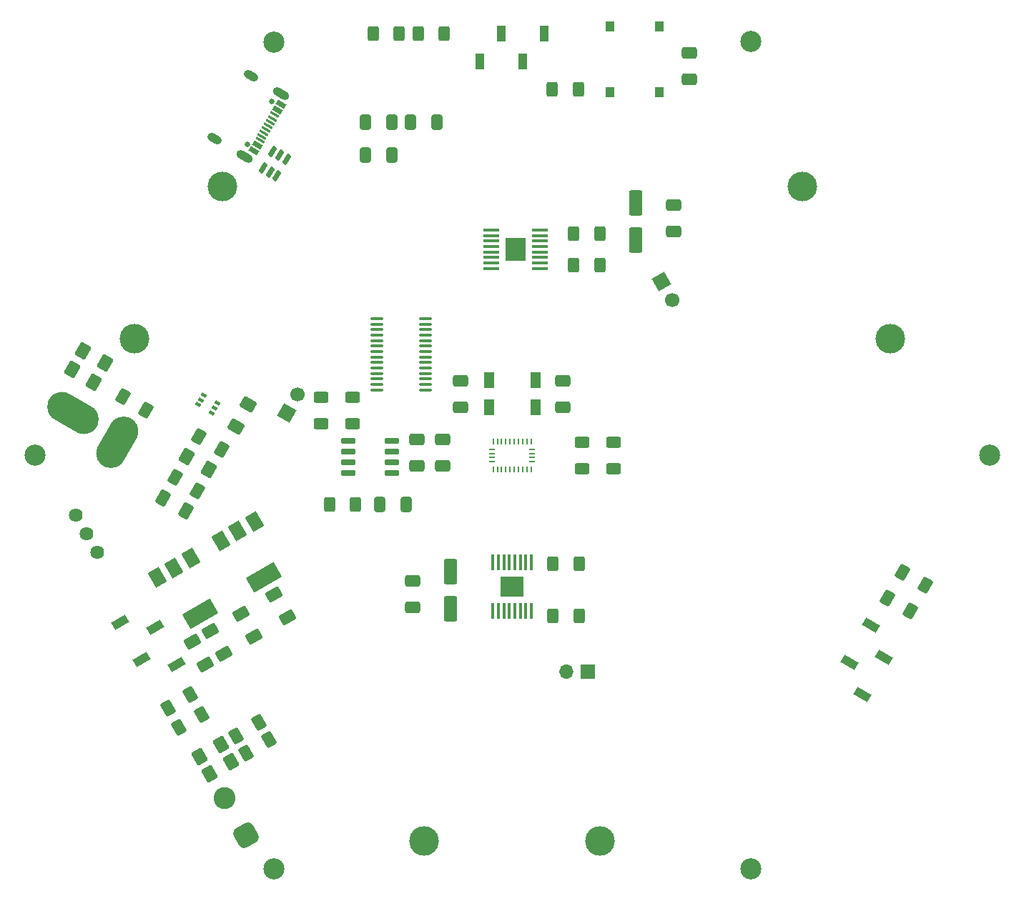
<source format=gbr>
%TF.GenerationSoftware,KiCad,Pcbnew,7.0.6*%
%TF.CreationDate,2024-05-15T12:06:43-04:00*%
%TF.ProjectId,remote_omnidirection_droid_v0.1,72656d6f-7465-45f6-9f6d-6e6964697265,rev?*%
%TF.SameCoordinates,Original*%
%TF.FileFunction,Soldermask,Top*%
%TF.FilePolarity,Negative*%
%FSLAX46Y46*%
G04 Gerber Fmt 4.6, Leading zero omitted, Abs format (unit mm)*
G04 Created by KiCad (PCBNEW 7.0.6) date 2024-05-15 12:06:43*
%MOMM*%
%LPD*%
G01*
G04 APERTURE LIST*
G04 Aperture macros list*
%AMRoundRect*
0 Rectangle with rounded corners*
0 $1 Rounding radius*
0 $2 $3 $4 $5 $6 $7 $8 $9 X,Y pos of 4 corners*
0 Add a 4 corners polygon primitive as box body*
4,1,4,$2,$3,$4,$5,$6,$7,$8,$9,$2,$3,0*
0 Add four circle primitives for the rounded corners*
1,1,$1+$1,$2,$3*
1,1,$1+$1,$4,$5*
1,1,$1+$1,$6,$7*
1,1,$1+$1,$8,$9*
0 Add four rect primitives between the rounded corners*
20,1,$1+$1,$2,$3,$4,$5,0*
20,1,$1+$1,$4,$5,$6,$7,0*
20,1,$1+$1,$6,$7,$8,$9,0*
20,1,$1+$1,$8,$9,$2,$3,0*%
%AMHorizOval*
0 Thick line with rounded ends*
0 $1 width*
0 $2 $3 position (X,Y) of the first rounded end (center of the circle)*
0 $4 $5 position (X,Y) of the second rounded end (center of the circle)*
0 Add line between two ends*
20,1,$1,$2,$3,$4,$5,0*
0 Add two circle primitives to create the rounded ends*
1,1,$1,$2,$3*
1,1,$1,$4,$5*%
%AMRotRect*
0 Rectangle, with rotation*
0 The origin of the aperture is its center*
0 $1 length*
0 $2 width*
0 $3 Rotation angle, in degrees counterclockwise*
0 Add horizontal line*
21,1,$1,$2,0,0,$3*%
G04 Aperture macros list end*
%ADD10RoundRect,0.100000X0.637500X0.100000X-0.637500X0.100000X-0.637500X-0.100000X0.637500X-0.100000X0*%
%ADD11RoundRect,0.250000X0.625000X-0.400000X0.625000X0.400000X-0.625000X0.400000X-0.625000X-0.400000X0*%
%ADD12R,1.300000X1.900000*%
%ADD13RoundRect,0.250000X-0.550000X1.250000X-0.550000X-1.250000X0.550000X-1.250000X0.550000X1.250000X0*%
%ADD14RoundRect,0.250000X0.650000X-0.412500X0.650000X0.412500X-0.650000X0.412500X-0.650000X-0.412500X0*%
%ADD15C,2.500000*%
%ADD16RoundRect,0.250000X0.658910X0.341266X-0.033910X0.741266X-0.658910X-0.341266X0.033910X-0.741266X0*%
%ADD17R,1.000000X1.900000*%
%ADD18RoundRect,0.250000X0.033910X0.741266X-0.658910X0.341266X-0.033910X-0.741266X0.658910X-0.341266X0*%
%ADD19RoundRect,0.250001X-0.713035X-0.310016X0.088036X-0.772515X0.713035X0.310016X-0.088036X0.772515X0*%
%ADD20RoundRect,0.250000X-0.658910X-0.341266X0.033910X-0.741266X0.658910X0.341266X-0.033910X0.741266X0*%
%ADD21RotRect,0.650000X0.400000X150.000000*%
%ADD22RoundRect,0.250000X-0.769167X0.032235X-0.356667X-0.682235X0.769167X-0.032235X0.356667X0.682235X0*%
%ADD23RoundRect,0.250000X-0.412500X-0.650000X0.412500X-0.650000X0.412500X0.650000X-0.412500X0.650000X0*%
%ADD24RotRect,1.900000X1.000000X30.000000*%
%ADD25RoundRect,0.250000X0.682235X0.356667X-0.032235X0.769167X-0.682235X-0.356667X0.032235X-0.769167X0*%
%ADD26R,1.000000X1.250000*%
%ADD27RoundRect,0.250000X-0.400000X-0.625000X0.400000X-0.625000X0.400000X0.625000X-0.400000X0.625000X0*%
%ADD28RoundRect,0.150000X-0.725000X-0.150000X0.725000X-0.150000X0.725000X0.150000X-0.725000X0.150000X0*%
%ADD29R,0.420766X1.955432*%
%ADD30R,2.770000X2.460000*%
%ADD31RotRect,1.900000X1.000000X150.000000*%
%ADD32R,1.955432X0.420766*%
%ADD33R,2.460000X2.770000*%
%ADD34RoundRect,0.250000X-0.033910X-0.741266X0.658910X-0.341266X0.033910X0.741266X-0.658910X0.341266X0*%
%ADD35RoundRect,0.250001X0.310016X-0.713035X0.772515X0.088036X-0.310016X0.713035X-0.772515X-0.088036X0*%
%ADD36RoundRect,0.250000X0.412500X0.650000X-0.412500X0.650000X-0.412500X-0.650000X0.412500X-0.650000X0*%
%ADD37RoundRect,0.250000X0.400000X0.625000X-0.400000X0.625000X-0.400000X-0.625000X0.400000X-0.625000X0*%
%ADD38RoundRect,0.250000X0.550000X-1.250000X0.550000X1.250000X-0.550000X1.250000X-0.550000X-1.250000X0*%
%ADD39C,0.650000*%
%ADD40RotRect,0.600000X1.150000X240.000000*%
%ADD41RotRect,0.300000X1.150000X240.000000*%
%ADD42HorizOval,1.000000X-0.476314X0.275000X0.476314X-0.275000X0*%
%ADD43HorizOval,1.000000X-0.346410X0.200000X0.346410X-0.200000X0*%
%ADD44RoundRect,0.150000X0.126346X0.518838X-0.386154X-0.368838X-0.126346X-0.518838X0.386154X0.368838X0*%
%ADD45RoundRect,0.650000X0.887917X-0.237917X0.237917X0.887917X-0.887917X0.237917X-0.237917X-0.887917X0*%
%ADD46C,2.600000*%
%ADD47C,1.625600*%
%ADD48R,0.254000X0.675000*%
%ADD49R,0.675000X0.254000*%
%ADD50RotRect,2.000000X1.500000X300.000000*%
%ADD51RotRect,2.000000X3.800000X300.000000*%
%ADD52RoundRect,0.250001X-0.088036X-0.772515X0.713035X-0.310016X0.088036X0.772515X-0.713035X0.310016X0*%
%ADD53C,3.500000*%
%ADD54R,1.700000X1.700000*%
%ADD55O,1.700000X1.700000*%
%ADD56RotRect,1.700000X1.700000X30.000000*%
%ADD57HorizOval,1.700000X0.000000X0.000000X0.000000X0.000000X0*%
%ADD58HorizOval,3.500000X-0.750000X-1.299038X0.750000X1.299038X0*%
%ADD59HorizOval,3.500000X1.299038X-0.750000X-1.299038X0.750000X0*%
%ADD60RotRect,1.700000X1.700000X150.000000*%
%ADD61HorizOval,1.700000X0.000000X0.000000X0.000000X0.000000X0*%
G04 APERTURE END LIST*
D10*
%TO.C,U5*%
X91006407Y-101677677D03*
X91006407Y-101027677D03*
X91006407Y-100377677D03*
X91006407Y-99727677D03*
X91006407Y-99077677D03*
X91006407Y-98427677D03*
X91006407Y-97777677D03*
X91006407Y-97127677D03*
X91006407Y-96477677D03*
X91006407Y-95827677D03*
X91006407Y-95177677D03*
X91006407Y-94527677D03*
X91006407Y-93877677D03*
X91006407Y-93227677D03*
X85281407Y-93227677D03*
X85281407Y-93877677D03*
X85281407Y-94527677D03*
X85281407Y-95177677D03*
X85281407Y-95827677D03*
X85281407Y-96477677D03*
X85281407Y-97127677D03*
X85281407Y-97777677D03*
X85281407Y-98427677D03*
X85281407Y-99077677D03*
X85281407Y-99727677D03*
X85281407Y-100377677D03*
X85281407Y-101027677D03*
X85281407Y-101677677D03*
%TD*%
D11*
%TO.C,R21*%
X109598389Y-110990569D03*
X109598389Y-107890569D03*
%TD*%
D12*
%TO.C,Y1*%
X98538387Y-103740569D03*
X104038387Y-103740569D03*
X104038387Y-100540569D03*
X98538387Y-100540569D03*
%TD*%
D13*
%TO.C,C11*%
X93998390Y-123192679D03*
X93998390Y-127592679D03*
%TD*%
D14*
%TO.C,C14*%
X107298389Y-103740572D03*
X107298389Y-100615572D03*
%TD*%
D15*
%TO.C,H1*%
X44788379Y-109415140D03*
%TD*%
D16*
%TO.C,R3*%
X64047595Y-113610619D03*
X61362917Y-112060619D03*
%TD*%
D17*
%TO.C,J4*%
X105098388Y-59480676D03*
X102558388Y-62780676D03*
X100018388Y-59480676D03*
X97478388Y-62780676D03*
%TD*%
D18*
%TO.C,R4*%
X72462485Y-143142310D03*
X69777807Y-144692310D03*
%TD*%
D19*
%TO.C,D6*%
X50492945Y-97012967D03*
X53069371Y-98500467D03*
%TD*%
D20*
%TO.C,R12*%
X147483777Y-123260869D03*
X150168455Y-124810869D03*
%TD*%
D21*
%TO.C,Q1*%
X65742955Y-104374188D03*
X66067955Y-103811271D03*
X66392955Y-103248354D03*
X64747507Y-102298354D03*
X64422507Y-102861271D03*
X64097507Y-103424188D03*
%TD*%
D22*
%TO.C,C2*%
X63414084Y-131499913D03*
X64976584Y-134206243D03*
%TD*%
D18*
%TO.C,R5*%
X71300472Y-141099643D03*
X68615794Y-142649643D03*
%TD*%
D14*
%TO.C,C10*%
X89498388Y-127403071D03*
X89498388Y-124278071D03*
%TD*%
D16*
%TO.C,R13*%
X148394839Y-127882862D03*
X145710161Y-126332862D03*
%TD*%
D14*
%TO.C,C16*%
X89998390Y-110703070D03*
X89998390Y-107578070D03*
%TD*%
D11*
%TO.C,R16*%
X82398388Y-105690571D03*
X82398388Y-102590571D03*
%TD*%
D23*
%TO.C,C18*%
X85635892Y-115240573D03*
X88760892Y-115240573D03*
%TD*%
D24*
%TO.C,J2*%
X54854692Y-129248092D03*
X58982576Y-129797797D03*
X57394692Y-133647501D03*
X61522576Y-134197206D03*
%TD*%
D15*
%TO.C,H2*%
X73038388Y-60450586D03*
%TD*%
D25*
%TO.C,C5*%
X62667582Y-116050886D03*
X59961252Y-114488386D03*
%TD*%
D26*
%TO.C,SW2*%
X118750908Y-58652678D03*
X118750908Y-66402678D03*
%TD*%
D27*
%TO.C,R17*%
X108564903Y-86886673D03*
X111664903Y-86886673D03*
%TD*%
D15*
%TO.C,H3*%
X129538386Y-60412098D03*
%TD*%
D19*
%TO.C,D1*%
X62774584Y-109615545D03*
X65351010Y-111103045D03*
%TD*%
D22*
%TO.C,C6*%
X73113566Y-125899913D03*
X74676066Y-128606243D03*
%TD*%
D28*
%TO.C,U7*%
X81923391Y-107735569D03*
X81923391Y-109005569D03*
X81923391Y-110275569D03*
X81923391Y-111545569D03*
X87073391Y-111545569D03*
X87073391Y-110275569D03*
X87073391Y-109005569D03*
X87073391Y-107735569D03*
%TD*%
D29*
%TO.C,MD2*%
X99013391Y-127893062D03*
X99663389Y-127893062D03*
X100313391Y-127893062D03*
X100963389Y-127893062D03*
X101613391Y-127893062D03*
X102263389Y-127893062D03*
X102913391Y-127893062D03*
X103563389Y-127893062D03*
X103563389Y-122142294D03*
X102913391Y-122142294D03*
X102263389Y-122142294D03*
X101613391Y-122142294D03*
X100963389Y-122142294D03*
X100313391Y-122142294D03*
X99663389Y-122142294D03*
X99013391Y-122142294D03*
D30*
X101288390Y-125017678D03*
%TD*%
D31*
%TO.C,J5*%
X142781243Y-137805888D03*
X141193359Y-133956183D03*
X145321243Y-133406479D03*
X143733359Y-129556774D03*
%TD*%
D22*
%TO.C,C7*%
X65579146Y-130249915D03*
X67141646Y-132956245D03*
%TD*%
D19*
%TO.C,D4*%
X49192952Y-99264634D03*
X51769378Y-100752134D03*
%TD*%
D20*
%TO.C,R6*%
X64186257Y-107170467D03*
X66870935Y-108720467D03*
%TD*%
D32*
%TO.C,MD1*%
X98788007Y-82731684D03*
X98788007Y-83381682D03*
X98788007Y-84031684D03*
X98788007Y-84681682D03*
X98788007Y-85331684D03*
X98788007Y-85981682D03*
X98788007Y-86631684D03*
X98788007Y-87281682D03*
X104538775Y-87281682D03*
X104538775Y-86631684D03*
X104538775Y-85981682D03*
X104538775Y-85331684D03*
X104538775Y-84681682D03*
X104538775Y-84031684D03*
X104538775Y-83381682D03*
X104538775Y-82731684D03*
D33*
X101663391Y-85006683D03*
%TD*%
D34*
%TO.C,R7*%
X61836326Y-141661858D03*
X64521004Y-140111858D03*
%TD*%
D15*
%TO.C,H6*%
X73038391Y-158450576D03*
%TD*%
D35*
%TO.C,D5*%
X68557535Y-105999188D03*
X70045035Y-103422762D03*
%TD*%
D36*
%TO.C,C9*%
X87069781Y-69922497D03*
X83944781Y-69922497D03*
%TD*%
D37*
%TO.C,R10*%
X87915908Y-59479679D03*
X84815908Y-59479679D03*
%TD*%
D11*
%TO.C,R22*%
X113288389Y-110990568D03*
X113288389Y-107890568D03*
%TD*%
D38*
%TO.C,C13*%
X115956906Y-83904677D03*
X115956906Y-79504677D03*
%TD*%
D39*
%TO.C,J1*%
X72818321Y-67535249D03*
X69928321Y-72540875D03*
D40*
X73904298Y-67804281D03*
X73504298Y-68497101D03*
D41*
X72929298Y-69493030D03*
X72429298Y-70359056D03*
X72179298Y-70792068D03*
X71679298Y-71658094D03*
D40*
X71104298Y-72654023D03*
X70704298Y-73346843D03*
X70704298Y-73346843D03*
X71104298Y-72654023D03*
D41*
X71429298Y-72091106D03*
X71929298Y-71225081D03*
X72679298Y-69926043D03*
X73179298Y-69060018D03*
D40*
X73504298Y-68497101D03*
X73904298Y-67804281D03*
D42*
X73966334Y-66546832D03*
D43*
X70346348Y-64456832D03*
D42*
X69646334Y-74029292D03*
D43*
X66026348Y-71939292D03*
%TD*%
D44*
%TO.C,U3*%
X74589566Y-74357362D03*
X73766842Y-73882362D03*
X72944118Y-73407362D03*
X71806618Y-75377570D03*
X72629342Y-75852570D03*
X73452066Y-76327570D03*
%TD*%
D27*
%TO.C,R18*%
X108564909Y-83126677D03*
X111664909Y-83126677D03*
%TD*%
%TO.C,R23*%
X79668388Y-115240569D03*
X82768388Y-115240569D03*
%TD*%
D45*
%TO.C,TP1*%
X69748627Y-154466371D03*
D46*
X67208627Y-150066962D03*
%TD*%
D15*
%TO.C,H4*%
X157788387Y-109439419D03*
%TD*%
D26*
%TO.C,SW1*%
X112908908Y-58652673D03*
X112908908Y-66402673D03*
%TD*%
D34*
%TO.C,R8*%
X60508920Y-139362721D03*
X63193598Y-137812721D03*
%TD*%
D14*
%TO.C,C4*%
X122306909Y-64852177D03*
X122306909Y-61727177D03*
%TD*%
D37*
%TO.C,R11*%
X93249908Y-59479682D03*
X90149908Y-59479682D03*
%TD*%
D16*
%TO.C,R9*%
X57899071Y-104060174D03*
X55214393Y-102510174D03*
%TD*%
D27*
%TO.C,R19*%
X106125907Y-122309580D03*
X109225907Y-122309580D03*
%TD*%
D11*
%TO.C,R15*%
X78698388Y-105690571D03*
X78698388Y-102590571D03*
%TD*%
D15*
%TO.C,H5*%
X129538380Y-158450572D03*
%TD*%
D47*
%TO.C,SW3*%
X49619374Y-116557189D03*
X50889374Y-118756894D03*
X52159374Y-120956598D03*
%TD*%
D48*
%TO.C,U6*%
X99038387Y-107788065D03*
D49*
X98900887Y-108700565D03*
X98900887Y-109200565D03*
X98900887Y-109700565D03*
X98900887Y-110200565D03*
D48*
X99038387Y-111113065D03*
X99538387Y-111113065D03*
X100038387Y-111113065D03*
X100538387Y-111113065D03*
X101038387Y-111113065D03*
X101538387Y-111113065D03*
X102038387Y-111113065D03*
X102538387Y-111113065D03*
X103038387Y-111113065D03*
X103538387Y-111113065D03*
D49*
X103675887Y-110200565D03*
X103675887Y-109700565D03*
X103675887Y-109200565D03*
X103675887Y-108700565D03*
D48*
X103538387Y-107788065D03*
X103038387Y-107788065D03*
X102538387Y-107788065D03*
X102038387Y-107788065D03*
X101538387Y-107788065D03*
X101038387Y-107788065D03*
X100538387Y-107788065D03*
X100038387Y-107788065D03*
X99538387Y-107788065D03*
%TD*%
D27*
%TO.C,R20*%
X106125905Y-128475782D03*
X109225905Y-128475782D03*
%TD*%
D14*
%TO.C,C15*%
X95198392Y-103740572D03*
X95198392Y-100615572D03*
%TD*%
%TO.C,C17*%
X93098388Y-110703070D03*
X93098388Y-107578070D03*
%TD*%
D50*
%TO.C,U2*%
X63241092Y-121600287D03*
X61249234Y-122750287D03*
D51*
X64399234Y-128206247D03*
D50*
X59257376Y-123900287D03*
%TD*%
D52*
%TO.C,D3*%
X64272856Y-145157049D03*
X66849282Y-143669549D03*
%TD*%
D36*
%TO.C,C8*%
X87069779Y-73830675D03*
X83944779Y-73830675D03*
%TD*%
D14*
%TO.C,C12*%
X120401905Y-82886173D03*
X120401905Y-79761173D03*
%TD*%
D50*
%TO.C,U1*%
X70775508Y-117250286D03*
X68783650Y-118400286D03*
D51*
X71933650Y-123856246D03*
D50*
X66791792Y-119550286D03*
%TD*%
D23*
%TO.C,C3*%
X89234910Y-69955680D03*
X92359910Y-69955680D03*
%TD*%
D37*
%TO.C,R14*%
X109124905Y-66083677D03*
X106024905Y-66083677D03*
%TD*%
D22*
%TO.C,C1*%
X69175139Y-128173771D03*
X70737639Y-130880101D03*
%TD*%
D52*
%TO.C,D2*%
X65447852Y-147192201D03*
X68024278Y-145704701D03*
%TD*%
D53*
%TO.C,M3*%
X111688223Y-155104218D03*
X90887897Y-155104220D03*
D54*
X110288226Y-135054220D03*
D55*
X107748226Y-135054220D03*
%TD*%
D53*
%TO.C,M2*%
X135632511Y-77613292D03*
X146032676Y-95626902D03*
D56*
X118968702Y-88850724D03*
D57*
X120238702Y-91050429D03*
%TD*%
D58*
%TO.C,J3*%
X54541853Y-107895386D03*
D59*
X49260893Y-104442277D03*
%TD*%
D53*
%TO.C,M1*%
X56549757Y-95629400D03*
X66949918Y-77615788D03*
D60*
X74613563Y-104441966D03*
D61*
X75883563Y-102242261D03*
%TD*%
M02*

</source>
